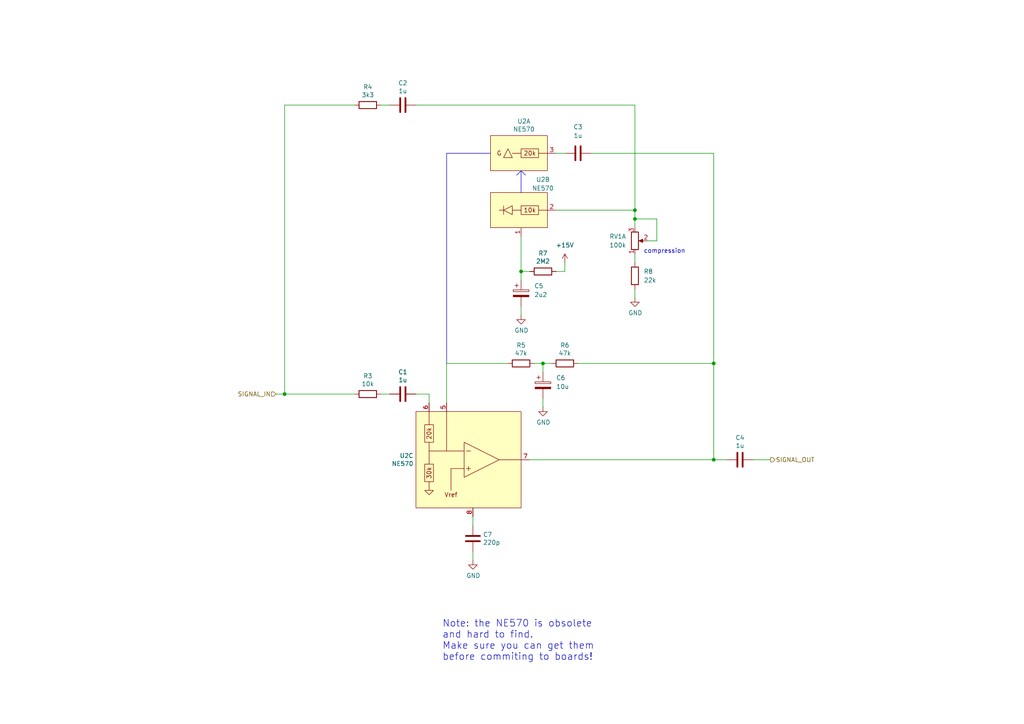
<source format=kicad_sch>
(kicad_sch (version 20230121) (generator eeschema)
  (paper "A4")
  (title_block (title "M.S.M. Stereo Lowpass Filter Pedal") (date "2023-04-15") (rev "0.1") (comment 2 "creativecommons.org/licenses/by/4.0") (comment 3 "License: CC by 4.0") (comment 4 "Author: Jordan Aceto"))
  (lib_symbols
    (symbol "Device:C" (pin_numbers hide) (pin_names (offset 0.254))
      (property "Reference" "C" (at 0.635 2.54 0))
      (property "Value" "C" (at 0.635 -2.54 0))
      (symbol "C_0_1"
        (polyline (pts (xy -2.032 -0.762) (xy 2.032 -0.762)) (stroke (width 0.508)))
        (polyline (pts (xy -2.032 0.762) (xy 2.032 0.762)) (stroke (width 0.508)))
      )
      (symbol "C_1_1"
        (pin passive line (at 0 3.81 270) (length 2.794) (name "~") (number "1"))
        (pin passive line (at 0 -3.81 90) (length 2.794) (name "~") (number "2"))
      )
    )
    (symbol "Device:C_Polarized" (pin_numbers hide) (pin_names (offset 0.254))
      (property "Reference" "C" (at 0.635 2.54 0))
      (property "Value" "C_Polarized" (at 0.635 -2.54 0))
      (symbol "C_Polarized_0_1"
        (rectangle (start -2.286 0.508) (end 2.286 1.016))
        (polyline (pts (xy -1.778 2.286) (xy -0.762 2.286)))
        (polyline (pts (xy -1.27 2.794) (xy -1.27 1.778)))
        (rectangle (start 2.286 -0.508) (end -2.286 -1.016) (fill (type outline)))
      )
      (symbol "C_Polarized_1_1"
        (pin passive line (at 0 3.81 270) (length 2.794) (name "~") (number "1"))
        (pin passive line (at 0 -3.81 90) (length 2.794) (name "~") (number "2"))
      )
    )
    (symbol "Device:R" (pin_numbers hide) (pin_names (offset 0))
      (property "Reference" "R" (at 2.032 0 90))
      (property "Value" "R" (at 0 0 90))
      (symbol "R_0_1"
        (rectangle (start -1.016 -2.54) (end 1.016 2.54) (stroke (width 0.254)))
      )
      (symbol "R_1_1"
        (pin passive line (at 0 3.81 270) (length 1.27) (name "~") (number "1"))
        (pin passive line (at 0 -3.81 90) (length 1.27) (name "~") (number "2"))
      )
    )
    (symbol "Device:R_Potentiometer_Dual_Separate" (pin_names (offset 1.016) hide)
      (property "Reference" "RV" (at -4.445 0 90))
      (property "Value" "R_Potentiometer_Dual_Separate" (at -2.54 0 90))
      (symbol "R_Potentiometer_Dual_Separate_0_1"
        (polyline (pts (xy 2.54 0) (xy 1.524 0)))
        (polyline (pts (xy 1.143 0) (xy 2.286 0.508) (xy 2.286 -0.508) (xy 1.143 0)) (fill (type outline)))
        (rectangle (start 1.016 2.54) (end -1.016 -2.54) (stroke (width 0.254)))
      )
      (symbol "R_Potentiometer_Dual_Separate_1_1"
        (pin passive line (at 0 3.81 270) (length 1.27) (name "1") (number "1"))
        (pin passive line (at 3.81 0 180) (length 1.27) (name "2") (number "2"))
        (pin passive line (at 0 -3.81 90) (length 1.27) (name "3") (number "3"))
      )
      (symbol "R_Potentiometer_Dual_Separate_2_1"
        (pin passive line (at 0 3.81 270) (length 1.27) (name "4") (number "4"))
        (pin passive line (at 3.81 0 180) (length 1.27) (name "5") (number "5"))
        (pin passive line (at 0 -3.81 90) (length 1.27) (name "6") (number "6"))
      )
    )
    (symbol "custom_symbols:NE570" (pin_names (offset 1.016))
      (property "Reference" "U2" (at 0.8382 9.271 0))
      (property "Value" "NE570" (at 0.8382 6.9596 0))
      (symbol "NE570_1_0"
        (polyline (pts (xy 0 0) (xy 2.54 0)))
        (text "20k" (at -2.54 0 0) (effects (font (size 1.27 1.27))))
      )
      (symbol "NE570_1_1"
        (rectangle (start -7.62 5.08) (end 8.89 -5.08) (fill (type background)))
        (polyline (pts (xy 2.54 -1.27) (xy 3.81 1.27) (xy 5.08 -1.27) (xy 2.54 -1.27)))
        (polyline (pts (xy -7.62 0) (xy -5.08 0) (xy -5.08 1.27) (xy 0 1.27) (xy 0 -1.27) (xy -5.08 -1.27) (xy -5.08 0)))
        (text "G" (at 6.35 0 0) (effects (font (size 1.27 1.27))))
        (pin input line (at -10.16 0 0) (length 2.54) (name "~") (number "3"))
      )
      (symbol "NE570_2_1"
        (rectangle (start -7.62 5.08) (end 8.89 -5.08) (fill (type background)))
        (polyline (pts (xy 5.08 0) (xy 6.35 0)))
        (polyline (pts (xy 5.08 1.27) (xy 5.08 -1.27)))
        (polyline (pts (xy 0 0) (xy 2.54 0) (xy 2.54 1.27) (xy 5.08 0) (xy 2.54 -1.27) (xy 2.54 0) (xy 2.54 -1.27)))
        (polyline (pts (xy -7.62 0) (xy -5.08 0) (xy -5.08 1.27) (xy -1.27 1.27) (xy 0 1.27) (xy 0 -1.27) (xy -5.08 -1.27) (xy -5.08 0)))
        (text "10k" (at -2.54 0 0) (effects (font (size 1.27 1.27))))
        (pin input line (at 0 -7.62 90) (length 2.54) (name "~") (number "1"))
        (pin input line (at -10.16 0 0) (length 2.54) (name "~") (number "2"))
      )
      (symbol "NE570_3_1"
        (rectangle (start -16.51 -13.97) (end 13.97 13.97) (fill (type background)))
        (polyline (pts (xy -12.7 10.16) (xy -12.7 13.97)))
        (polyline (pts (xy -7.62 2.54) (xy -7.62 13.97)))
        (polyline (pts (xy -1.905 -2.54) (xy -0.635 -2.54)))
        (polyline (pts (xy -1.905 2.54) (xy -0.635 2.54)))
        (polyline (pts (xy -1.27 -3.175) (xy -1.27 -1.905)))
        (polyline (pts (xy 7.62 0) (xy 10.16 0)))
        (polyline (pts (xy 10.16 0) (xy 13.97 0)))
        (polyline (pts (xy -2.54 -2.54) (xy -6.35 -2.54) (xy -6.35 -8.89)))
        (polyline (pts (xy -2.54 5.08) (xy -2.54 -5.08) (xy 7.62 0) (xy -2.54 5.08)))
        (polyline (pts (xy -12.7 -6.35) (xy -12.7 -8.89) (xy -13.97 -8.89) (xy -12.7 -10.16) (xy -11.43 -8.89) (xy -12.7 -8.89)))
        (polyline (pts (xy -12.7 2.54) (xy -12.7 5.08) (xy -13.97 5.08) (xy -13.97 10.16) (xy -11.43 10.16) (xy -11.43 5.08) (xy -12.7 5.08)))
        (polyline (pts (xy -2.54 2.54) (xy -12.7 2.54) (xy -12.7 -1.27) (xy -13.97 -1.27) (xy -13.97 -6.35) (xy -11.43 -6.35) (xy -11.43 -1.27) (xy -12.7 -1.27)))
        (text "20k" (at -12.7 7.62 900) (effects (font (size 1.27 1.27))))
        (text "30k" (at -12.7 -3.81 900) (effects (font (size 1.27 1.27))))
        (text "Vref" (at -6.35 -10.16 0) (effects (font (size 1.27 1.27))))
        (pin input line (at -7.62 16.51 270) (length 2.54) (name "~") (number "5"))
        (pin input line (at -12.7 16.51 270) (length 2.54) (name "~") (number "6"))
        (pin output line (at 16.51 0 180) (length 2.54) (name "~") (number "7"))
        (pin input line (at 0 -16.51 90) (length 2.54) (name "~") (number "8"))
      )
      (symbol "NE570_4_0"
        (polyline (pts (xy -7.62 0) (xy -5.08 0) (xy -5.08 1.27) (xy 0 1.27) (xy 0 -1.27) (xy -5.08 -1.27) (xy -5.08 0)))
      )
      (symbol "NE570_4_1"
        (rectangle (start -7.62 5.08) (end 8.89 -5.08) (fill (type background)))
        (polyline (pts (xy 0 0) (xy 2.54 0)))
        (polyline (pts (xy 2.54 -1.27) (xy 3.81 1.27) (xy 5.08 -1.27) (xy 2.54 -1.27)))
        (polyline (pts (xy -7.62 0) (xy -5.08 0) (xy -5.08 1.27) (xy 0 1.27) (xy 0 -1.27) (xy -5.08 -1.27) (xy -5.08 0)))
        (text "20k" (at -2.54 0 0) (effects (font (size 1.27 1.27))))
        (text "G" (at 6.35 0 0) (effects (font (size 1.27 1.27))))
        (pin input line (at -10.16 0 0) (length 2.54) (name "~") (number "14"))
      )
      (symbol "NE570_5_1"
        (rectangle (start -7.62 5.08) (end 8.89 -5.08) (fill (type background)))
        (polyline (pts (xy 5.08 0) (xy 6.35 0)))
        (polyline (pts (xy 5.08 1.27) (xy 5.08 -1.27)))
        (polyline (pts (xy 0 0) (xy 2.54 0) (xy 2.54 1.27) (xy 5.08 0) (xy 2.54 -1.27) (xy 2.54 0) (xy 2.54 -1.27)))
        (polyline (pts (xy -7.62 0) (xy -5.08 0) (xy -5.08 1.27) (xy -1.27 1.27) (xy 0 1.27) (xy 0 -1.27) (xy -5.08 -1.27) (xy -5.08 0)))
        (text "10k" (at -2.54 0 0) (effects (font (size 1.27 1.27))))
        (pin input line (at -10.16 0 0) (length 2.54) (name "~") (number "15"))
        (pin input line (at 0 -7.62 90) (length 2.54) (name "~") (number "16"))
      )
      (symbol "NE570_6_1"
        (rectangle (start -16.51 -13.97) (end 13.97 13.97) (fill (type background)))
        (polyline (pts (xy -12.7 10.16) (xy -12.7 13.97)))
        (polyline (pts (xy -7.62 2.54) (xy -7.62 13.97)))
        (polyline (pts (xy -1.905 -2.54) (xy -0.635 -2.54)))
        (polyline (pts (xy -1.905 2.54) (xy -0.635 2.54)))
        (polyline (pts (xy -1.27 -3.175) (xy -1.27 -1.905)))
        (polyline (pts (xy 7.62 0) (xy 13.97 0)))
        (polyline (pts (xy -2.54 -2.54) (xy -6.35 -2.54) (xy -6.35 -8.89)))
        (polyline (pts (xy -2.54 5.08) (xy -2.54 -5.08) (xy 7.62 0) (xy -2.54 5.08)))
        (polyline (pts (xy -12.7 -6.35) (xy -12.7 -8.89) (xy -13.97 -8.89) (xy -12.7 -10.16) (xy -11.43 -8.89) (xy -12.7 -8.89)))
        (polyline (pts (xy -12.7 2.54) (xy -12.7 5.08) (xy -13.97 5.08) (xy -13.97 10.16) (xy -11.43 10.16) (xy -11.43 5.08) (xy -12.7 5.08)))
        (polyline (pts (xy -2.54 2.54) (xy -12.7 2.54) (xy -12.7 -1.27) (xy -13.97 -1.27) (xy -13.97 -6.35) (xy -11.43 -6.35) (xy -11.43 -1.27) (xy -12.7 -1.27)))
        (text "20k" (at -12.7 7.62 900) (effects (font (size 1.27 1.27))))
        (text "30k" (at -12.7 -3.81 900) (effects (font (size 1.27 1.27))))
        (text "Vref" (at -6.35 -10.16 0) (effects (font (size 1.27 1.27))))
        (pin output line (at 16.51 0 180) (length 2.54) (name "~") (number "10"))
        (pin input line (at -12.7 16.51 270) (length 2.54) (name "~") (number "11"))
        (pin input line (at -7.62 16.51 270) (length 2.54) (name "~") (number "12"))
        (pin input line (at 0 -16.51 90) (length 2.54) (name "~") (number "9"))
      )
      (symbol "NE570_7_1"
        (pin power_in line (at 0 7.62 270) (length 2.54) (name "Vcc") (number "13"))
        (pin power_in line (at 0 -7.62 90) (length 2.54) (name "gnd") (number "4"))
      )
    )
    (symbol "power:+15V" (power) (pin_names (offset 0))
      (property "Value" "+15V" (at 0 3.556 0))
      (symbol "+15V_0_1"
        (polyline (pts (xy -0.762 1.27) (xy 0 2.54)))
        (polyline (pts (xy 0 0) (xy 0 2.54)))
        (polyline (pts (xy 0 2.54) (xy 0.762 1.27)))
      )
      (symbol "+15V_1_1"
        (pin power_in line (at 0 0 90) (length 0) hide (name "+15V") (number "1"))
      )
    )
    (symbol "power:GND" (power) (pin_names (offset 0))
      (property "Value" "GND" (at 0 -3.81 0))
      (symbol "GND_0_1"
        (polyline (pts (xy 0 0) (xy 0 -1.27) (xy 1.27 -1.27) (xy 0 -2.54) (xy -1.27 -1.27) (xy 0 -1.27)))
      )
      (symbol "GND_1_1"
        (pin power_in line (at 0 0 270) (length 0) hide (name "GND") (number "1"))
      )
    )
  )
  (junction (at 207.01 133.35))
  (junction (at 151.13 78.74))
  (junction (at 82.55 114.3))
  (junction (at 184.15 63.5))
  (junction (at 184.15 60.96))
  (junction (at 207.01 105.41))
  (junction (at 157.48 105.41))
  (wire (pts (xy 80.01 114.3) (xy 82.55 114.3)))
  (wire (pts (xy 153.67 78.74) (xy 151.13 78.74)))
  (polyline (pts (xy 151.13 49.53) (xy 149.86 50.8)))
  (wire (pts (xy 190.5 69.85) (xy 190.5 63.5)))
  (wire (pts (xy 161.29 44.45) (xy 163.83 44.45)))
  (wire (pts (xy 153.67 133.35) (xy 207.01 133.35)))
  (wire (pts (xy 163.83 76.2) (xy 163.83 78.74)))
  (wire (pts (xy 124.46 116.84) (xy 124.46 114.3)))
  (wire (pts (xy 102.87 30.48) (xy 82.55 30.48)))
  (polyline (pts (xy 129.54 44.45) (xy 129.54 105.41)))
  (wire (pts (xy 157.48 105.41) (xy 160.02 105.41)))
  (wire (pts (xy 184.15 60.96) (xy 184.15 63.5)))
  (polyline (pts (xy 151.13 49.53) (xy 152.4 50.8)))
  (wire (pts (xy 113.03 30.48) (xy 110.49 30.48)))
  (wire (pts (xy 82.55 30.48) (xy 82.55 114.3)))
  (polyline (pts (xy 137.16 44.45) (xy 129.54 44.45)))
  (wire (pts (xy 113.03 114.3) (xy 110.49 114.3)))
  (wire (pts (xy 163.83 78.74) (xy 161.29 78.74)))
  (wire (pts (xy 184.15 30.48) (xy 184.15 60.96)))
  (wire (pts (xy 151.13 81.28) (xy 151.13 78.74)))
  (wire (pts (xy 218.44 133.35) (xy 223.52 133.35)))
  (wire (pts (xy 184.15 73.66) (xy 184.15 76.2)))
  (wire (pts (xy 151.13 88.9) (xy 151.13 91.44)))
  (polyline (pts (xy 151.13 55.88) (xy 151.13 49.53)))
  (wire (pts (xy 154.94 105.41) (xy 157.48 105.41)))
  (polyline (pts (xy 137.16 44.45) (xy 142.24 44.45)))
  (wire (pts (xy 190.5 63.5) (xy 184.15 63.5)))
  (wire (pts (xy 157.48 107.95) (xy 157.48 105.41)))
  (wire (pts (xy 187.96 69.85) (xy 190.5 69.85)))
  (wire (pts (xy 184.15 63.5) (xy 184.15 66.04)))
  (wire (pts (xy 167.64 105.41) (xy 207.01 105.41)))
  (wire (pts (xy 184.15 83.82) (xy 184.15 86.36)))
  (wire (pts (xy 137.16 152.4) (xy 137.16 149.86)))
  (wire (pts (xy 157.48 115.57) (xy 157.48 118.11)))
  (wire (pts (xy 161.29 60.96) (xy 184.15 60.96)))
  (wire (pts (xy 137.16 160.02) (xy 137.16 162.56)))
  (wire (pts (xy 120.65 30.48) (xy 184.15 30.48)))
  (wire (pts (xy 124.46 114.3) (xy 120.65 114.3)))
  (wire (pts (xy 207.01 44.45) (xy 207.01 105.41)))
  (wire (pts (xy 171.45 44.45) (xy 207.01 44.45)))
  (wire (pts (xy 151.13 78.74) (xy 151.13 68.58)))
  (wire (pts (xy 129.54 105.41) (xy 129.54 116.84)))
  (wire (pts (xy 207.01 105.41) (xy 207.01 133.35)))
  (wire (pts (xy 207.01 133.35) (xy 210.82 133.35)))
  (wire (pts (xy 82.55 114.3) (xy 102.87 114.3)))
  (wire (pts (xy 129.54 105.41) (xy 147.32 105.41)))
  (text "compression" (at 186.69 73.66 0) (effects (font (size 1.27 1.27)) (justify left bottom)))
  (text "Note: the NE570 is obsolete \nand hard to find. \nMake sure you can get them \nbefore commiting to boards!" (at 128.27 191.77 0) (effects (font (size 2 2)) (justify left bottom)))
  (hierarchical_label "SIGNAL_OUT" (shape output) (at 223.52 133.35 0))
  (hierarchical_label "SIGNAL_IN" (shape input) (at 80.01 114.3 180))
  (symbol (lib_id "Device:C_Polarized") (at 151.13 85.09 0) (unit 1)
    (property "Reference" "C5" (at 154.94 82.9309 0) (effects (justify left)))
    (property "Value" "2u2" (at 154.94 85.4709 0) (effects (justify left)))
    (property "Footprint" "Capacitor_THT:CP_Radial_D6.3mm_P2.50mm" (effects hide))
    (instances (project "compressor_distortion" (path "" (reference "C5") (unit 1)) (path "" (reference "C12") (unit 1))))
  )
  (symbol (lib_id "Device:R") (at 106.68 30.48 270) (unit 1)
    (property "Reference" "R4" (at 106.68 25.2222 90))
    (property "Value" "3k3" (at 106.68 27.5336 90))
    (property "Footprint" "Resistor_SMD:R_0805_2012Metric" (effects hide))
    (instances (project "compressor_distortion" (path "" (reference "R4") (unit 1)) (path "" (reference "R10") (unit 1))))
  )
  (symbol (lib_id "power:GND") (at 184.15 86.36 0) (unit 1)
    (property "Reference" "#PWR0136" (effects hide))
    (property "Value" "GND" (at 184.277 90.7542 0))
    (instances (project "compressor_distortion" (path "" (reference "#PWR0136") (unit 1)) (path "" (reference "#PWR0127") (unit 1))))
  )
  (symbol (lib_id "Device:C") (at 167.64 44.45 90) (unit 1)
    (property "Reference" "C3" (at 167.64 36.83 90))
    (property "Value" "1u" (at 167.64 39.37 90))
    (property "Footprint" "Capacitor_THT:C_Rect_L7.2mm_W5.5mm_P5.00mm_FKS2_FKP2_MKS2_MKP2" (effects hide))
    (instances (project "compressor_distortion" (path "" (reference "C3") (unit 1)) (path "" (reference "C10") (unit 1))))
  )
  (symbol (lib_id "power:GND") (at 151.13 91.44 0) (unit 1)
    (property "Reference" "#PWR0142" (effects hide))
    (property "Value" "GND" (at 151.257 95.8342 0))
    (instances (project "compressor_distortion" (path "" (reference "#PWR0142") (unit 1)) (path "" (reference "#PWR0126") (unit 1))))
  )
  (symbol (lib_id "Device:R_Potentiometer_Dual_Separate") (at 184.15 69.85 0) (mirror x) (unit 1)
    (property "Reference" "RV1" (at 181.61 68.5799 0) (effects (justify right)))
    (property "Value" "100k" (at 181.61 71.1199 0) (effects (justify right)))
    (property "Footprint" "Potentiometer_THT:Potentiometer_Alpha_RD902F-40-00D_Dual_Vertical" (effects hide))
    (instances (project "compressor_distortion" (path "" (reference "RV1") (unit 1)) (path "" (reference "RV1") (unit 2))))
  )
  (symbol (lib_id "power:GND") (at 137.16 162.56 0) (unit 1)
    (property "Reference" "#PWR0140" (effects hide))
    (property "Value" "GND" (at 137.287 166.9542 0))
    (instances (project "compressor_distortion" (path "" (reference "#PWR0140") (unit 1)) (path "" (reference "#PWR0124") (unit 1))))
  )
  (symbol (lib_id "Device:R") (at 157.48 78.74 270) (unit 1)
    (property "Reference" "R7" (at 157.48 73.4822 90))
    (property "Value" "2M2" (at 157.48 75.7936 90))
    (property "Footprint" "Resistor_SMD:R_0805_2012Metric" (effects hide))
    (instances (project "compressor_distortion" (path "" (reference "R7") (unit 1)) (path "" (reference "R13") (unit 1))))
  )
  (symbol (lib_id "Device:C") (at 137.16 156.21 0) (unit 1)
    (property "Reference" "C7" (at 140.081 155.0416 0) (effects (justify left)))
    (property "Value" "220p" (at 140.081 157.353 0) (effects (justify left)))
    (property "Footprint" "Capacitor_SMD:C_0805_2012Metric" (effects hide))
    (instances (project "compressor_distortion" (path "" (reference "C7") (unit 1)) (path "" (reference "C14") (unit 1))))
  )
  (symbol (lib_id "power:+15V") (at 163.83 76.2 0) (unit 1)
    (property "Reference" "#PWR0134" (effects hide))
    (property "Value" "+15V" (at 163.83 71.12 0))
    (instances (project "compressor_distortion" (path "" (reference "#PWR0134") (unit 1)) (path "" (reference "#PWR0125") (unit 1))))
  )
  (symbol (lib_id "Device:R") (at 106.68 114.3 270) (unit 1)
    (property "Reference" "R3" (at 106.68 109.0422 90))
    (property "Value" "10k" (at 106.68 111.3536 90))
    (property "Footprint" "Resistor_SMD:R_0805_2012Metric" (effects hide))
    (instances (project "compressor_distortion" (path "" (reference "R3") (unit 1)) (path "" (reference "R9") (unit 1))))
  )
  (symbol (lib_id "Device:C") (at 116.84 30.48 270) (unit 1)
    (property "Reference" "C2" (at 116.84 24.0792 90))
    (property "Value" "1u" (at 116.84 26.3906 90))
    (property "Footprint" "Capacitor_THT:C_Rect_L7.2mm_W5.5mm_P5.00mm_FKS2_FKP2_MKS2_MKP2" (effects hide))
    (instances (project "compressor_distortion" (path "" (reference "C2") (unit 1)) (path "" (reference "C9") (unit 1))))
  )
  (symbol (lib_id "custom_symbols:NE570") (at 137.16 133.35 0) (unit 3)
    (property "Reference" "U2" (at 119.9388 132.1816 0) (effects (justify right)))
    (property "Value" "NE570" (at 119.9388 134.493 0) (effects (justify right)))
    (property "Footprint" "Package_DIP:DIP-16_W7.62mm_Socket" (effects hide))
    (instances (project "compressor_distortion" (path "" (reference "U2") (unit 3)) (path "" (reference "U2") (unit 6))))
  )
  (symbol (lib_id "custom_symbols:NE570") (at 151.13 60.96 0) (mirror y) (unit 2)
    (property "Reference" "U2" (at 157.48 52.07 0))
    (property "Value" "NE570" (at 157.48 54.61 0))
    (property "Footprint" "Package_DIP:DIP-16_W7.62mm_Socket" (effects hide))
    (instances (project "compressor_distortion" (path "" (reference "U2") (unit 2)) (path "" (reference "U2") (unit 5))))
  )
  (symbol (lib_id "Device:C") (at 214.63 133.35 270) (unit 1)
    (property "Reference" "C4" (at 214.63 126.9492 90))
    (property "Value" "1u" (at 214.63 129.2606 90))
    (property "Footprint" "Capacitor_THT:C_Rect_L7.2mm_W5.5mm_P5.00mm_FKS2_FKP2_MKS2_MKP2" (effects hide))
    (instances (project "compressor_distortion" (path "" (reference "C4") (unit 1)) (path "" (reference "C11") (unit 1))))
  )
  (symbol (lib_id "Device:R") (at 151.13 105.41 270) (unit 1)
    (property "Reference" "R5" (at 151.13 100.1522 90))
    (property "Value" "47k" (at 151.13 102.4636 90))
    (property "Footprint" "Resistor_SMD:R_0805_2012Metric" (effects hide))
    (instances (project "compressor_distortion" (path "" (reference "R5") (unit 1)) (path "" (reference "R11") (unit 1))))
  )
  (symbol (lib_id "Device:R") (at 163.83 105.41 270) (unit 1)
    (property "Reference" "R6" (at 163.83 100.1522 90))
    (property "Value" "47k" (at 163.83 102.4636 90))
    (property "Footprint" "Resistor_SMD:R_0805_2012Metric" (effects hide))
    (instances (project "compressor_distortion" (path "" (reference "R6") (unit 1)) (path "" (reference "R12") (unit 1))))
  )
  (symbol (lib_id "Device:R") (at 184.15 80.01 0) (unit 1)
    (property "Reference" "R8" (at 186.69 78.7399 0) (effects (justify left)))
    (property "Value" "22k" (at 186.69 81.2799 0) (effects (justify left)))
    (property "Footprint" "Resistor_SMD:R_0805_2012Metric" (effects hide))
    (instances (project "compressor_distortion" (path "" (reference "R8") (unit 1)) (path "" (reference "R14") (unit 1))))
  )
  (symbol (lib_id "power:GND") (at 157.48 118.11 0) (unit 1)
    (property "Reference" "#PWR0139" (effects hide))
    (property "Value" "GND" (at 157.607 122.5042 0))
    (instances (project "compressor_distortion" (path "" (reference "#PWR0139") (unit 1)) (path "" (reference "#PWR0123") (unit 1))))
  )
  (symbol (lib_id "custom_symbols:NE570") (at 151.13 44.45 0) (mirror y) (unit 1)
    (property "Reference" "U2" (at 151.9682 35.179 0))
    (property "Value" "NE570" (at 151.9682 37.4904 0))
    (property "Footprint" "Package_DIP:DIP-16_W7.62mm_Socket" (effects hide))
    (instances (project "compressor_distortion" (path "" (reference "U2") (unit 1)) (path "" (reference "U2") (unit 4))))
  )
  (symbol (lib_id "Device:C") (at 116.84 114.3 270) (unit 1)
    (property "Reference" "C1" (at 116.84 107.8992 90))
    (property "Value" "1u" (at 116.84 110.2106 90))
    (property "Footprint" "Capacitor_THT:C_Rect_L7.2mm_W5.5mm_P5.00mm_FKS2_FKP2_MKS2_MKP2" (effects hide))
    (instances (project "compressor_distortion" (path "" (reference "C1") (unit 1)) (path "" (reference "C8") (unit 1))))
  )
  (symbol (lib_id "Device:C_Polarized") (at 157.48 111.76 0) (unit 1)
    (property "Reference" "C6" (at 161.29 109.6009 0) (effects (justify left)))
    (property "Value" "10u" (at 161.29 112.1409 0) (effects (justify left)))
    (property "Footprint" "Capacitor_THT:CP_Radial_D6.3mm_P2.50mm" (effects hide))
    (instances (project "compressor_distortion" (path "" (reference "C6") (unit 1)) (path "" (reference "C13") (unit 1))))
  )
)
</source>
